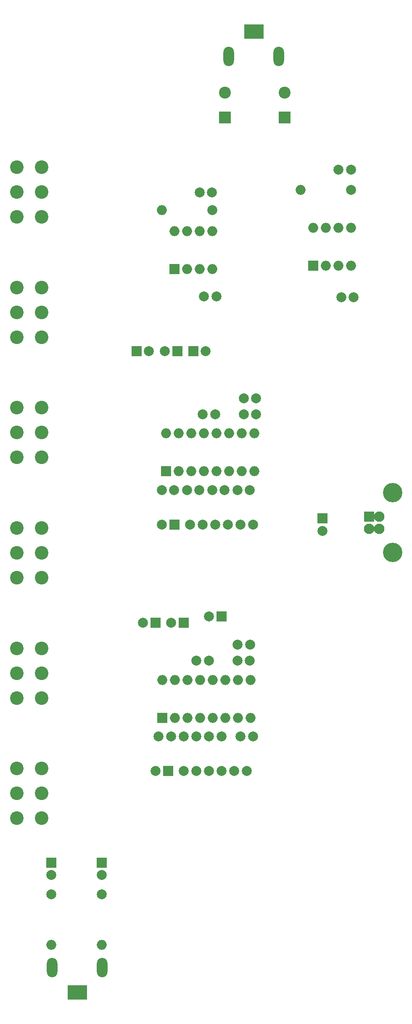
<source format=gbr>
G04 #@! TF.GenerationSoftware,KiCad,Pcbnew,5.0.0-fee4fd1~65~ubuntu16.04.1*
G04 #@! TF.CreationDate,2018-09-14T16:14:10+03:00*
G04 #@! TF.ProjectId,la3600_equalizer_amp,6C61333630305F657175616C697A6572,rev?*
G04 #@! TF.SameCoordinates,Original*
G04 #@! TF.FileFunction,Soldermask,Bot*
G04 #@! TF.FilePolarity,Negative*
%FSLAX46Y46*%
G04 Gerber Fmt 4.6, Leading zero omitted, Abs format (unit mm)*
G04 Created by KiCad (PCBNEW 5.0.0-fee4fd1~65~ubuntu16.04.1) date Fri Sep 14 16:14:10 2018*
%MOMM*%
%LPD*%
G01*
G04 APERTURE LIST*
%ADD10C,2.740000*%
%ADD11R,2.000000X2.000000*%
%ADD12C,2.000000*%
%ADD13C,2.400000*%
%ADD14R,2.400000X2.400000*%
%ADD15O,2.150000X3.900000*%
%ADD16R,3.900000X2.900000*%
%ADD17R,2.100000X2.100000*%
%ADD18C,2.100000*%
%ADD19C,3.900000*%
%ADD20O,2.000000X2.000000*%
G04 APERTURE END LIST*
D10*
G04 #@! TO.C,22K4*
X41830000Y-96113600D03*
X41830000Y-101113600D03*
X41830000Y-106113600D03*
X36830000Y-96113600D03*
X36830000Y-101113600D03*
X36830000Y-106113600D03*
G04 #@! TD*
G04 #@! TO.C,22K2*
X41830000Y-144475200D03*
X41830000Y-149475200D03*
X41830000Y-154475200D03*
X36830000Y-144475200D03*
X36830000Y-149475200D03*
X36830000Y-154475200D03*
G04 #@! TD*
G04 #@! TO.C,22K1*
X36830000Y-178656000D03*
X36830000Y-173656000D03*
X36830000Y-168656000D03*
X41830000Y-178656000D03*
X41830000Y-173656000D03*
X41830000Y-168656000D03*
G04 #@! TD*
G04 #@! TO.C,22K3*
X36830000Y-130294400D03*
X36830000Y-125294400D03*
X36830000Y-120294400D03*
X41830000Y-130294400D03*
X41830000Y-125294400D03*
X41830000Y-120294400D03*
G04 #@! TD*
G04 #@! TO.C,22K5*
X36830000Y-81932800D03*
X36830000Y-76932800D03*
X36830000Y-71932800D03*
X41830000Y-81932800D03*
X41830000Y-76932800D03*
X41830000Y-71932800D03*
G04 #@! TD*
G04 #@! TO.C,22K6*
X41830000Y-47752000D03*
X41830000Y-52752000D03*
X41830000Y-57752000D03*
X36830000Y-47752000D03*
X36830000Y-52752000D03*
X36830000Y-57752000D03*
G04 #@! TD*
D11*
G04 #@! TO.C,C1*
X98425000Y-118364000D03*
D12*
X98425000Y-120864000D03*
G04 #@! TD*
G04 #@! TO.C,C2*
X53975000Y-190079000D03*
D11*
X53975000Y-187579000D03*
G04 #@! TD*
G04 #@! TO.C,C3*
X43815000Y-187579000D03*
D12*
X43815000Y-190079000D03*
G04 #@! TD*
G04 #@! TO.C,C4*
X66080000Y-119634000D03*
D11*
X68580000Y-119634000D03*
G04 #@! TD*
D12*
G04 #@! TO.C,C5*
X71795000Y-119634000D03*
X74295000Y-119634000D03*
G04 #@! TD*
G04 #@! TO.C,C6*
X79375000Y-119634000D03*
X76875000Y-119634000D03*
G04 #@! TD*
G04 #@! TO.C,C7*
X84455000Y-119634000D03*
X81955000Y-119634000D03*
G04 #@! TD*
G04 #@! TO.C,C8*
X66040000Y-112649000D03*
X68540000Y-112649000D03*
G04 #@! TD*
G04 #@! TO.C,C9*
X71120000Y-112649000D03*
X73620000Y-112649000D03*
G04 #@! TD*
G04 #@! TO.C,C10*
X78700000Y-112649000D03*
X76200000Y-112649000D03*
G04 #@! TD*
G04 #@! TO.C,C11*
X83780000Y-112649000D03*
X81280000Y-112649000D03*
G04 #@! TD*
D11*
G04 #@! TO.C,C12*
X67310000Y-169164000D03*
D12*
X64810000Y-169164000D03*
G04 #@! TD*
G04 #@! TO.C,C13*
X70525000Y-169164000D03*
X73025000Y-169164000D03*
G04 #@! TD*
G04 #@! TO.C,C14*
X78105000Y-169164000D03*
X75605000Y-169164000D03*
G04 #@! TD*
G04 #@! TO.C,C15*
X83185000Y-169164000D03*
X80685000Y-169164000D03*
G04 #@! TD*
G04 #@! TO.C,C16*
X65405000Y-162179000D03*
X67905000Y-162179000D03*
G04 #@! TD*
G04 #@! TO.C,C17*
X72985000Y-162179000D03*
X70485000Y-162179000D03*
G04 #@! TD*
G04 #@! TO.C,C18*
X78065000Y-162179000D03*
X75565000Y-162179000D03*
G04 #@! TD*
G04 #@! TO.C,C19*
X84415000Y-162179000D03*
X81915000Y-162179000D03*
G04 #@! TD*
G04 #@! TO.C,C20*
X66715000Y-84709000D03*
D11*
X69215000Y-84709000D03*
G04 #@! TD*
D12*
G04 #@! TO.C,C21*
X82550000Y-97409000D03*
X85050000Y-97409000D03*
G04 #@! TD*
D11*
G04 #@! TO.C,C22*
X70485000Y-139319000D03*
D12*
X67985000Y-139319000D03*
G04 #@! TD*
G04 #@! TO.C,C23*
X85050000Y-94234000D03*
X82550000Y-94234000D03*
G04 #@! TD*
G04 #@! TO.C,C24*
X63460000Y-84709000D03*
D11*
X60960000Y-84709000D03*
G04 #@! TD*
D12*
G04 #@! TO.C,C25*
X81280000Y-146939000D03*
X83780000Y-146939000D03*
G04 #@! TD*
G04 #@! TO.C,C26*
X74295000Y-97409000D03*
X76795000Y-97409000D03*
G04 #@! TD*
G04 #@! TO.C,C27*
X81320000Y-143764000D03*
X83820000Y-143764000D03*
G04 #@! TD*
G04 #@! TO.C,C28*
X62270000Y-139319000D03*
D11*
X64770000Y-139319000D03*
G04 #@! TD*
D12*
G04 #@! TO.C,C29*
X75565000Y-146939000D03*
X73065000Y-146939000D03*
G04 #@! TD*
D11*
G04 #@! TO.C,C30*
X72390000Y-84709000D03*
D12*
X74890000Y-84709000D03*
G04 #@! TD*
D11*
G04 #@! TO.C,C31*
X78105000Y-138049000D03*
D12*
X75605000Y-138049000D03*
G04 #@! TD*
G04 #@! TO.C,C32*
X77089000Y-73723500D03*
X74589000Y-73723500D03*
G04 #@! TD*
G04 #@! TO.C,C33*
X102211500Y-73914000D03*
X104711500Y-73914000D03*
G04 #@! TD*
G04 #@! TO.C,C34*
X76160000Y-52832000D03*
X73660000Y-52832000D03*
G04 #@! TD*
G04 #@! TO.C,C35*
X104140000Y-48260000D03*
X101640000Y-48260000D03*
G04 #@! TD*
D13*
G04 #@! TO.C,C36*
X78740000Y-32719000D03*
D14*
X78740000Y-37719000D03*
G04 #@! TD*
G04 #@! TO.C,C37*
X90805000Y-37719000D03*
D13*
X90805000Y-32719000D03*
G04 #@! TD*
D15*
G04 #@! TO.C,J1*
X54022000Y-208680000D03*
X44022000Y-208680000D03*
D16*
X49022000Y-213686000D03*
G04 #@! TD*
G04 #@! TO.C,J2*
X84582000Y-20447000D03*
D15*
X89582000Y-25453000D03*
X79582000Y-25453000D03*
G04 #@! TD*
D17*
G04 #@! TO.C,J3*
X107823000Y-117983000D03*
D18*
X107823000Y-120483000D03*
X109823000Y-120483000D03*
X109823000Y-117983000D03*
D19*
X112533000Y-113213000D03*
X112533000Y-125253000D03*
G04 #@! TD*
D12*
G04 #@! TO.C,R1*
X53975000Y-193929000D03*
D20*
X53975000Y-204089000D03*
G04 #@! TD*
G04 #@! TO.C,R2*
X43815000Y-204089000D03*
D12*
X43815000Y-193929000D03*
G04 #@! TD*
D20*
G04 #@! TO.C,R3*
X66040000Y-56388000D03*
D12*
X76200000Y-56388000D03*
G04 #@! TD*
G04 #@! TO.C,R4*
X104140000Y-52324000D03*
D20*
X93980000Y-52324000D03*
G04 #@! TD*
D11*
G04 #@! TO.C,U1*
X66929000Y-108839000D03*
D20*
X84709000Y-101219000D03*
X69469000Y-108839000D03*
X82169000Y-101219000D03*
X72009000Y-108839000D03*
X79629000Y-101219000D03*
X74549000Y-108839000D03*
X77089000Y-101219000D03*
X77089000Y-108839000D03*
X74549000Y-101219000D03*
X79629000Y-108839000D03*
X72009000Y-101219000D03*
X82169000Y-108839000D03*
X69469000Y-101219000D03*
X84709000Y-108839000D03*
X66929000Y-101219000D03*
G04 #@! TD*
G04 #@! TO.C,U2*
X66167000Y-150876000D03*
X83947000Y-158496000D03*
X68707000Y-150876000D03*
X81407000Y-158496000D03*
X71247000Y-150876000D03*
X78867000Y-158496000D03*
X73787000Y-150876000D03*
X76327000Y-158496000D03*
X76327000Y-150876000D03*
X73787000Y-158496000D03*
X78867000Y-150876000D03*
X71247000Y-158496000D03*
X81407000Y-150876000D03*
X68707000Y-158496000D03*
X83947000Y-150876000D03*
D11*
X66167000Y-158496000D03*
G04 #@! TD*
G04 #@! TO.C,U4*
X96520000Y-67564000D03*
D20*
X104140000Y-59944000D03*
X99060000Y-67564000D03*
X101600000Y-59944000D03*
X101600000Y-67564000D03*
X99060000Y-59944000D03*
X104140000Y-67564000D03*
X96520000Y-59944000D03*
G04 #@! TD*
D11*
G04 #@! TO.C,U3*
X68580000Y-68199000D03*
D20*
X76200000Y-60579000D03*
X71120000Y-68199000D03*
X73660000Y-60579000D03*
X73660000Y-68199000D03*
X71120000Y-60579000D03*
X76200000Y-68199000D03*
X68580000Y-60579000D03*
G04 #@! TD*
M02*

</source>
